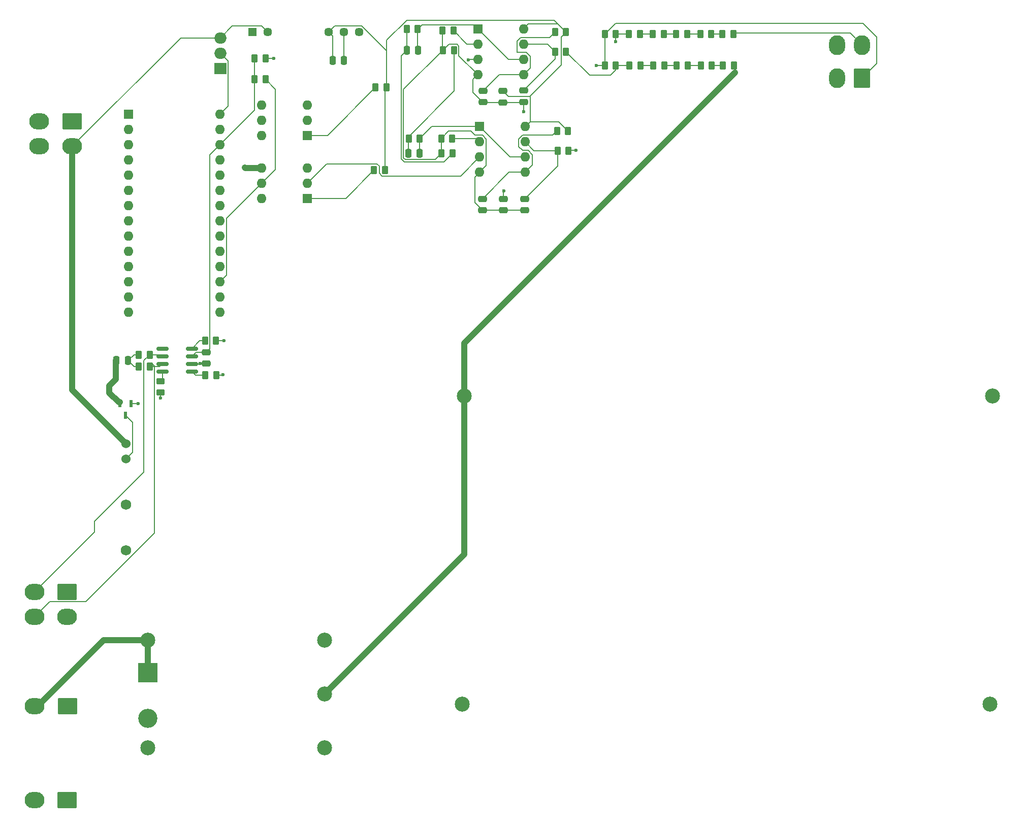
<source format=gbr>
%TF.GenerationSoftware,KiCad,Pcbnew,8.0.4*%
%TF.CreationDate,2025-05-16T23:00:12-07:00*%
%TF.ProjectId,pcc_v0.1,7063635f-7630-42e3-912e-6b696361645f,rev?*%
%TF.SameCoordinates,Original*%
%TF.FileFunction,Copper,L1,Top*%
%TF.FilePolarity,Positive*%
%FSLAX46Y46*%
G04 Gerber Fmt 4.6, Leading zero omitted, Abs format (unit mm)*
G04 Created by KiCad (PCBNEW 8.0.4) date 2025-05-16 23:00:12*
%MOMM*%
%LPD*%
G01*
G04 APERTURE LIST*
G04 Aperture macros list*
%AMRoundRect*
0 Rectangle with rounded corners*
0 $1 Rounding radius*
0 $2 $3 $4 $5 $6 $7 $8 $9 X,Y pos of 4 corners*
0 Add a 4 corners polygon primitive as box body*
4,1,4,$2,$3,$4,$5,$6,$7,$8,$9,$2,$3,0*
0 Add four circle primitives for the rounded corners*
1,1,$1+$1,$2,$3*
1,1,$1+$1,$4,$5*
1,1,$1+$1,$6,$7*
1,1,$1+$1,$8,$9*
0 Add four rect primitives between the rounded corners*
20,1,$1+$1,$2,$3,$4,$5,0*
20,1,$1+$1,$4,$5,$6,$7,0*
20,1,$1+$1,$6,$7,$8,$9,0*
20,1,$1+$1,$8,$9,$2,$3,0*%
G04 Aperture macros list end*
%TA.AperFunction,ComponentPad*%
%ADD10R,3.200000X3.200000*%
%TD*%
%TA.AperFunction,ComponentPad*%
%ADD11O,3.200000X3.200000*%
%TD*%
%TA.AperFunction,SMDPad,CuDef*%
%ADD12RoundRect,0.250000X-0.475000X0.250000X-0.475000X-0.250000X0.475000X-0.250000X0.475000X0.250000X0*%
%TD*%
%TA.AperFunction,SMDPad,CuDef*%
%ADD13RoundRect,0.250000X-0.262500X-0.450000X0.262500X-0.450000X0.262500X0.450000X-0.262500X0.450000X0*%
%TD*%
%TA.AperFunction,ComponentPad*%
%ADD14C,1.524000*%
%TD*%
%TA.AperFunction,ComponentPad*%
%ADD15C,1.727200*%
%TD*%
%TA.AperFunction,SMDPad,CuDef*%
%ADD16RoundRect,0.250000X0.262500X0.450000X-0.262500X0.450000X-0.262500X-0.450000X0.262500X-0.450000X0*%
%TD*%
%TA.AperFunction,ComponentPad*%
%ADD17C,2.500000*%
%TD*%
%TA.AperFunction,SMDPad,CuDef*%
%ADD18RoundRect,0.250000X-0.250000X-0.475000X0.250000X-0.475000X0.250000X0.475000X-0.250000X0.475000X0*%
%TD*%
%TA.AperFunction,SMDPad,CuDef*%
%ADD19R,0.558800X1.270000*%
%TD*%
%TA.AperFunction,ComponentPad*%
%ADD20RoundRect,0.250001X-1.399999X1.099999X-1.399999X-1.099999X1.399999X-1.099999X1.399999X1.099999X0*%
%TD*%
%TA.AperFunction,ComponentPad*%
%ADD21O,3.300000X2.700000*%
%TD*%
%TA.AperFunction,ComponentPad*%
%ADD22R,1.600000X1.600000*%
%TD*%
%TA.AperFunction,ComponentPad*%
%ADD23O,1.600000X1.600000*%
%TD*%
%TA.AperFunction,ComponentPad*%
%ADD24RoundRect,0.250001X1.099999X1.399999X-1.099999X1.399999X-1.099999X-1.399999X1.099999X-1.399999X0*%
%TD*%
%TA.AperFunction,ComponentPad*%
%ADD25O,2.700000X3.300000*%
%TD*%
%TA.AperFunction,SMDPad,CuDef*%
%ADD26RoundRect,0.150000X0.825000X0.150000X-0.825000X0.150000X-0.825000X-0.150000X0.825000X-0.150000X0*%
%TD*%
%TA.AperFunction,ComponentPad*%
%ADD27R,1.450000X1.450000*%
%TD*%
%TA.AperFunction,ComponentPad*%
%ADD28C,1.450000*%
%TD*%
%TA.AperFunction,SMDPad,CuDef*%
%ADD29RoundRect,0.250000X0.250000X0.475000X-0.250000X0.475000X-0.250000X-0.475000X0.250000X-0.475000X0*%
%TD*%
%TA.AperFunction,SMDPad,CuDef*%
%ADD30RoundRect,0.250000X-0.450000X0.262500X-0.450000X-0.262500X0.450000X-0.262500X0.450000X0.262500X0*%
%TD*%
%TA.AperFunction,ComponentPad*%
%ADD31R,2.000000X1.905000*%
%TD*%
%TA.AperFunction,ComponentPad*%
%ADD32O,2.000000X1.905000*%
%TD*%
%TA.AperFunction,ViaPad*%
%ADD33C,0.600000*%
%TD*%
%TA.AperFunction,Conductor*%
%ADD34C,1.000000*%
%TD*%
%TA.AperFunction,Conductor*%
%ADD35C,0.200000*%
%TD*%
G04 APERTURE END LIST*
D10*
%TO.P,D1,1,K*%
%TO.N,Shutdown_in*%
X77400000Y-131200000D03*
D11*
%TO.P,D1,2,A*%
%TO.N,GLV-*%
X77400000Y-138820000D03*
%TD*%
D12*
%TO.P,C6,1*%
%TO.N,Net-(U4-RC)*%
X133230000Y-52210000D03*
%TO.P,C6,2*%
%TO.N,GNDS*%
X133230000Y-54110000D03*
%TD*%
D13*
%TO.P,R19,1*%
%TO.N,Net-(U4-COMPIN)*%
X145730000Y-44160000D03*
%TO.P,R19,2*%
%TO.N,Net-(R19-Pad2)*%
X147555000Y-44160000D03*
%TD*%
D14*
%TO.P,K3,1,1*%
%TO.N,+12V*%
X73800253Y-93010253D03*
%TO.P,K3,2,2*%
%TO.N,Net-(U5-S)*%
X73800253Y-95550253D03*
D15*
%TO.P,K3,3,3*%
%TO.N,IR+_GND*%
X73800253Y-103170253D03*
%TO.P,K3,4,4*%
%TO.N,GLV-*%
X73800253Y-110790253D03*
%TD*%
D16*
%TO.P,R21,1*%
%TO.N,TS-*%
X175012753Y-24750253D03*
%TO.P,R21,2*%
%TO.N,Net-(R21-Pad2)*%
X173187753Y-24750253D03*
%TD*%
%TO.P,R4,1*%
%TO.N,Net-(R25-Pad2)*%
X159512753Y-30000253D03*
%TO.P,R4,2*%
%TO.N,Net-(R4-Pad2)*%
X157687753Y-30000253D03*
%TD*%
D13*
%TO.P,R33,1*%
%TO.N,Net-(C12-Pad1)*%
X75900253Y-78190253D03*
%TO.P,R33,2*%
%TO.N,CANL*%
X77725253Y-78190253D03*
%TD*%
D17*
%TO.P,R28,1*%
%TO.N,TS-*%
X129800000Y-136500000D03*
%TO.P,R28,2*%
%TO.N,Net-(R28-Pad2)*%
X217800000Y-136500000D03*
%TD*%
D18*
%TO.P,C5,1*%
%TO.N,Net-(C5-Pad1)*%
X120850000Y-44650000D03*
%TO.P,C5,2*%
%TO.N,Net-(U4-IOUT)*%
X122750000Y-44650000D03*
%TD*%
D16*
%TO.P,R30,1*%
%TO.N,CANRX*%
X88800253Y-75890253D03*
%TO.P,R30,2*%
%TO.N,Net-(U8-R)*%
X86975253Y-75890253D03*
%TD*%
%TO.P,R16,1*%
%TO.N,Net-(C5-Pad1)*%
X128462500Y-27400000D03*
%TO.P,R16,2*%
%TO.N,GNDS*%
X126637500Y-27400000D03*
%TD*%
%TO.P,R12,1*%
%TO.N,Freq_Accumulator*%
X97025253Y-28750253D03*
%TO.P,R12,2*%
%TO.N,+3.3V*%
X95200253Y-28750253D03*
%TD*%
D12*
%TO.P,C1,1*%
%TO.N,Net-(U1-COMPIN)*%
X140050000Y-34150000D03*
%TO.P,C1,2*%
%TO.N,GNDS*%
X140050000Y-36050000D03*
%TD*%
%TO.P,C10,1*%
%TO.N,+3.3V*%
X87200253Y-77790253D03*
%TO.P,C10,2*%
%TO.N,GLV-*%
X87200253Y-79690253D03*
%TD*%
D16*
%TO.P,R5,1*%
%TO.N,Net-(R24-Pad2)*%
X159425253Y-24750253D03*
%TO.P,R5,2*%
%TO.N,Net-(R19-Pad2)*%
X157600253Y-24750253D03*
%TD*%
%TO.P,R2,1*%
%TO.N,Net-(R1-Pad2)*%
X171425253Y-30000253D03*
%TO.P,R2,2*%
%TO.N,Net-(R2-Pad2)*%
X169600253Y-30000253D03*
%TD*%
D18*
%TO.P,C4,1*%
%TO.N,Net-(C4-Pad1)*%
X120580000Y-27410000D03*
%TO.P,C4,2*%
%TO.N,Net-(U1-IOUT)*%
X122480000Y-27410000D03*
%TD*%
D19*
%TO.P,U5,1,G*%
%TO.N,IR+*%
X74600253Y-86350253D03*
%TO.P,U5,2,D*%
%TO.N,GLV-*%
X72770255Y-86350253D03*
%TO.P,U5,3,S*%
%TO.N,Net-(U5-S)*%
X73685254Y-88280653D03*
%TD*%
D20*
%TO.P,J7,1,Pin_1*%
%TO.N,GLV-*%
X64000000Y-117750000D03*
D21*
%TO.P,J7,2,Pin_2*%
%TO.N,unconnected-(J7-Pin_2-Pad2)*%
X64000000Y-121950000D03*
%TO.P,J7,3,Pin_3*%
%TO.N,CANL*%
X58500000Y-117750000D03*
%TO.P,J7,4,Pin_4*%
%TO.N,CANH*%
X58500000Y-121950000D03*
%TD*%
D22*
%TO.P,J4,1,Pin_1*%
%TO.N,GLV-*%
X74175000Y-38125000D03*
D23*
%TO.P,J4,2,Pin_2*%
%TO.N,CANRX*%
X74175000Y-40665000D03*
%TO.P,J4,3,Pin_3*%
%TO.N,CANTX*%
X74175000Y-43205000D03*
%TO.P,J4,4,Pin_4*%
%TO.N,unconnected-(J4-Pin_4-Pad4)*%
X74175000Y-45745000D03*
%TO.P,J4,5,Pin_5*%
%TO.N,unconnected-(J4-Pin_5-Pad5)*%
X74175000Y-48285000D03*
%TO.P,J4,6,Pin_6*%
%TO.N,unconnected-(J4-Pin_6-Pad6)*%
X74175000Y-50825000D03*
%TO.P,J4,7,Pin_7*%
%TO.N,unconnected-(J4-Pin_7-Pad7)*%
X74175000Y-53365000D03*
%TO.P,J4,8,Pin_8*%
%TO.N,unconnected-(J4-Pin_8-Pad8)*%
X74175000Y-55905000D03*
%TO.P,J4,9,Pin_9*%
%TO.N,unconnected-(J4-Pin_9-Pad9)*%
X74175000Y-58445000D03*
%TO.P,J4,10,Pin_10*%
%TO.N,unconnected-(J4-Pin_10-Pad10)*%
X74175000Y-60985000D03*
%TO.P,J4,11,Pin_11*%
%TO.N,unconnected-(J4-Pin_11-Pad11)*%
X74175000Y-63525000D03*
%TO.P,J4,12,Pin_12*%
%TO.N,unconnected-(J4-Pin_12-Pad12)*%
X74175000Y-66065000D03*
%TO.P,J4,13,Pin_13*%
%TO.N,IR+*%
X74175000Y-68605000D03*
%TO.P,J4,14,Pin_14*%
%TO.N,unconnected-(J4-Pin_14-Pad14)*%
X74175000Y-71145000D03*
%TO.P,J4,15,Pin_15*%
%TO.N,unconnected-(J4-Pin_15-Pad15)*%
X89415000Y-71145000D03*
%TO.P,J4,16,Pin_16*%
%TO.N,Freq_Accumulator*%
X89415000Y-68605000D03*
%TO.P,J4,17,Pin_17*%
%TO.N,Freq_TS*%
X89415000Y-66065000D03*
%TO.P,J4,18,Pin_18*%
%TO.N,unconnected-(J4-Pin_18-Pad18)*%
X89415000Y-63525000D03*
%TO.P,J4,19,Pin_19*%
%TO.N,unconnected-(J4-Pin_19-Pad19)*%
X89415000Y-60985000D03*
%TO.P,J4,20,Pin_20*%
%TO.N,unconnected-(J4-Pin_20-Pad20)*%
X89415000Y-58445000D03*
%TO.P,J4,21,Pin_21*%
%TO.N,unconnected-(J4-Pin_21-Pad21)*%
X89415000Y-55905000D03*
%TO.P,J4,22,Pin_22*%
%TO.N,unconnected-(J4-Pin_22-Pad22)*%
X89415000Y-53365000D03*
%TO.P,J4,23,Pin_23*%
%TO.N,unconnected-(J4-Pin_23-Pad23)*%
X89415000Y-50825000D03*
%TO.P,J4,24,Pin_24*%
%TO.N,unconnected-(J4-Pin_24-Pad24)*%
X89415000Y-48285000D03*
%TO.P,J4,25,Pin_25*%
%TO.N,unconnected-(J4-Pin_25-Pad25)*%
X89415000Y-45745000D03*
%TO.P,J4,26,Pin_26*%
%TO.N,+3.3V*%
X89415000Y-43205000D03*
%TO.P,J4,27,Pin_27*%
%TO.N,GLV-*%
X89415000Y-40665000D03*
%TO.P,J4,28,Pin_28*%
%TO.N,+5V*%
X89415000Y-38125000D03*
%TD*%
D16*
%TO.P,R18,1*%
%TO.N,+12P*%
X147462500Y-40900000D03*
%TO.P,R18,2*%
%TO.N,Net-(U4-RC)*%
X145637500Y-40900000D03*
%TD*%
%TO.P,R1,1*%
%TO.N,Vin_Accu*%
X175100253Y-30000253D03*
%TO.P,R1,2*%
%TO.N,Net-(R1-Pad2)*%
X173275253Y-30000253D03*
%TD*%
D20*
%TO.P,J8,1,Pin_1*%
%TO.N,GLV-*%
X64040000Y-136800000D03*
D21*
%TO.P,J8,2,Pin_2*%
%TO.N,Shutdown_in*%
X58540000Y-136800000D03*
%TD*%
D24*
%TO.P,J6,1,Pin_1*%
%TO.N,GNDS*%
X196500000Y-32050000D03*
D25*
%TO.P,J6,2,Pin_2*%
%TO.N,B+_in*%
X192300000Y-32050000D03*
%TO.P,J6,3,Pin_3*%
%TO.N,TS-*%
X196500000Y-26550000D03*
%TO.P,J6,4,Pin_4*%
%TO.N,TS+*%
X192300000Y-26550000D03*
%TD*%
D13*
%TO.P,R31,1*%
%TO.N,Net-(U8-D)*%
X86987753Y-81590253D03*
%TO.P,R31,2*%
%TO.N,CANTX*%
X88812753Y-81590253D03*
%TD*%
D26*
%TO.P,U8,1,D*%
%TO.N,Net-(U8-D)*%
X84800253Y-81000253D03*
%TO.P,U8,2,GND*%
%TO.N,GLV-*%
X84800253Y-79730253D03*
%TO.P,U8,3,VCC*%
%TO.N,+3.3V*%
X84800253Y-78460253D03*
%TO.P,U8,4,R*%
%TO.N,Net-(U8-R)*%
X84800253Y-77190253D03*
%TO.P,U8,5,Vref*%
%TO.N,unconnected-(U8-Vref-Pad5)*%
X79850253Y-77190253D03*
%TO.P,U8,6,CANL*%
%TO.N,CANL*%
X79850253Y-78460253D03*
%TO.P,U8,7,CANH*%
%TO.N,CANH*%
X79850253Y-79730253D03*
%TO.P,U8,8,Rs*%
%TO.N,Net-(U8-Rs)*%
X79850253Y-81000253D03*
%TD*%
D16*
%TO.P,R26,1*%
%TO.N,+12P*%
X117212500Y-33650000D03*
%TO.P,R26,2*%
%TO.N,Net-(R26-Pad2)*%
X115387500Y-33650000D03*
%TD*%
D27*
%TO.P,U6,1,-Vin*%
%TO.N,GLV-*%
X94850000Y-24400000D03*
D28*
%TO.P,U6,2,+Vin*%
%TO.N,+12V*%
X97390000Y-24400000D03*
%TO.P,U6,6,+Vout*%
%TO.N,+12P*%
X107550000Y-24400000D03*
%TO.P,U6,7,-Vout*%
%TO.N,GNDS*%
X110090000Y-24400000D03*
%TO.P,U6,8,NC*%
%TO.N,unconnected-(U6-NC-Pad8)*%
X112630000Y-24400000D03*
%TD*%
D13*
%TO.P,R7,1*%
%TO.N,Net-(U1-COMPIN)*%
X145317500Y-27660000D03*
%TO.P,R7,2*%
%TO.N,Net-(R4-Pad2)*%
X147142500Y-27660000D03*
%TD*%
D16*
%TO.P,R25,1*%
%TO.N,Net-(R25-Pad1)*%
X163512753Y-30000253D03*
%TO.P,R25,2*%
%TO.N,Net-(R25-Pad2)*%
X161687753Y-30000253D03*
%TD*%
%TO.P,R3,1*%
%TO.N,Net-(R2-Pad2)*%
X167425253Y-30000253D03*
%TO.P,R3,2*%
%TO.N,Net-(R25-Pad1)*%
X165600253Y-30000253D03*
%TD*%
D20*
%TO.P,J3,1,Pin_1*%
%TO.N,IR+_GND*%
X64000000Y-152500000D03*
D21*
%TO.P,J3,2,Pin_2*%
%TO.N,Shutdown_in*%
X58500000Y-152500000D03*
%TD*%
D12*
%TO.P,C3,1*%
%TO.N,Net-(U1-RC)*%
X133300000Y-34200000D03*
%TO.P,C3,2*%
%TO.N,GNDS*%
X133300000Y-36100000D03*
%TD*%
D20*
%TO.P,J2,1,Pin_1*%
%TO.N,GLV-*%
X64840000Y-39250000D03*
D21*
%TO.P,J2,2,Pin_2*%
%TO.N,+12V*%
X64840000Y-43450000D03*
%TO.P,J2,3,Pin_3*%
%TO.N,Shutdown_in*%
X59340000Y-39250000D03*
%TO.P,J2,4,Pin_4*%
%TO.N,unconnected-(J2-Pin_4-Pad4)*%
X59340000Y-43450000D03*
%TD*%
D16*
%TO.P,R23,1*%
%TO.N,Net-(R22-Pad2)*%
X167337753Y-24750253D03*
%TO.P,R23,2*%
%TO.N,Net-(R23-Pad2)*%
X165512753Y-24750253D03*
%TD*%
D29*
%TO.P,C9,1*%
%TO.N,GNDS*%
X110130000Y-29110000D03*
%TO.P,C9,2*%
%TO.N,+12P*%
X108230000Y-29110000D03*
%TD*%
D12*
%TO.P,C8,1*%
%TO.N,Net-(U4-COMPIN)*%
X140250253Y-52200253D03*
%TO.P,C8,2*%
%TO.N,GNDS*%
X140250253Y-54100253D03*
%TD*%
%TO.P,C7,1*%
%TO.N,+12P*%
X136730000Y-52210000D03*
%TO.P,C7,2*%
%TO.N,GNDS*%
X136730000Y-54110000D03*
%TD*%
D29*
%TO.P,C12,1*%
%TO.N,Net-(C12-Pad1)*%
X74100253Y-79190253D03*
%TO.P,C12,2*%
%TO.N,GLV-*%
X72200253Y-79190253D03*
%TD*%
D17*
%TO.P,R29,1*%
%TO.N,Net-(R28-Pad2)*%
X218200000Y-85100000D03*
%TO.P,R29,2*%
%TO.N,Vin_Accu*%
X130200000Y-85100000D03*
%TD*%
D22*
%TO.P,U2,1*%
%TO.N,Net-(R26-Pad2)*%
X104020253Y-41630253D03*
D23*
%TO.P,U2,2*%
%TO.N,Net-(U1-FOUT)*%
X104020253Y-39090253D03*
%TO.P,U2,3,NC*%
%TO.N,unconnected-(U2-NC-Pad3)*%
X104020253Y-36550253D03*
%TO.P,U2,4*%
%TO.N,GLV-*%
X96400253Y-36550253D03*
%TO.P,U2,5*%
%TO.N,Freq_Accumulator*%
X96400253Y-39090253D03*
%TO.P,U2,6*%
%TO.N,unconnected-(U2-Pad6)*%
X96400253Y-41630253D03*
%TD*%
D13*
%TO.P,R8,1*%
%TO.N,Net-(C4-Pad1)*%
X120567500Y-23910000D03*
%TO.P,R8,2*%
%TO.N,Net-(U1-IOUT)*%
X122392500Y-23910000D03*
%TD*%
D16*
%TO.P,R13,1*%
%TO.N,Freq_TS*%
X97025253Y-32250253D03*
%TO.P,R13,2*%
%TO.N,+3.3V*%
X95200253Y-32250253D03*
%TD*%
D22*
%TO.P,U1,1,IOUT*%
%TO.N,Net-(U1-IOUT)*%
X132430000Y-23860000D03*
D23*
%TO.P,U1,2,IREF*%
%TO.N,Net-(U1-IREF)*%
X132430000Y-26400000D03*
%TO.P,U1,3,FOUT*%
%TO.N,Net-(U1-FOUT)*%
X132430000Y-28940000D03*
%TO.P,U1,4,GND*%
%TO.N,GNDS*%
X132430000Y-31480000D03*
%TO.P,U1,5,RC*%
%TO.N,Net-(U1-RC)*%
X140050000Y-31480000D03*
%TO.P,U1,6,THRESH*%
%TO.N,Net-(U1-IOUT)*%
X140050000Y-28940000D03*
%TO.P,U1,7,COMPIN*%
%TO.N,Net-(U1-COMPIN)*%
X140050000Y-26400000D03*
%TO.P,U1,8,VS*%
%TO.N,+12P*%
X140050000Y-23860000D03*
%TD*%
D30*
%TO.P,R32,1*%
%TO.N,Net-(U8-Rs)*%
X79550253Y-82660253D03*
%TO.P,R32,2*%
%TO.N,GLV-*%
X79550253Y-84485253D03*
%TD*%
D16*
%TO.P,R24,1*%
%TO.N,Net-(R23-Pad2)*%
X163425253Y-24750253D03*
%TO.P,R24,2*%
%TO.N,Net-(R24-Pad2)*%
X161600253Y-24750253D03*
%TD*%
%TO.P,R14,1*%
%TO.N,+12P*%
X116962500Y-47400000D03*
%TO.P,R14,2*%
%TO.N,Net-(R14-Pad2)*%
X115137500Y-47400000D03*
%TD*%
D22*
%TO.P,U3,1*%
%TO.N,Net-(R14-Pad2)*%
X104020253Y-52130253D03*
D23*
%TO.P,U3,2*%
%TO.N,Net-(U4-FOUT)*%
X104020253Y-49590253D03*
%TO.P,U3,3,NC*%
%TO.N,unconnected-(U3-NC-Pad3)*%
X104020253Y-47050253D03*
%TO.P,U3,4*%
%TO.N,GLV-*%
X96400253Y-47050253D03*
%TO.P,U3,5*%
%TO.N,Freq_TS*%
X96400253Y-49590253D03*
%TO.P,U3,6*%
%TO.N,unconnected-(U3-Pad6)*%
X96400253Y-52130253D03*
%TD*%
D13*
%TO.P,R11,1*%
%TO.N,GNDS*%
X126567500Y-24160000D03*
%TO.P,R11,2*%
%TO.N,Net-(U1-IREF)*%
X128392500Y-24160000D03*
%TD*%
D22*
%TO.P,U4,1,IOUT*%
%TO.N,Net-(U4-IOUT)*%
X132730000Y-40160000D03*
D23*
%TO.P,U4,2,IREF*%
%TO.N,Net-(U4-IREF)*%
X132730000Y-42700000D03*
%TO.P,U4,3,FOUT*%
%TO.N,Net-(U4-FOUT)*%
X132730000Y-45240000D03*
%TO.P,U4,4,GND*%
%TO.N,GNDS*%
X132730000Y-47780000D03*
%TO.P,U4,5,RC*%
%TO.N,Net-(U4-RC)*%
X140350000Y-47780000D03*
%TO.P,U4,6,THRESH*%
%TO.N,Net-(U4-IOUT)*%
X140350000Y-45240000D03*
%TO.P,U4,7,COMPIN*%
%TO.N,Net-(U4-COMPIN)*%
X140350000Y-42700000D03*
%TO.P,U4,8,VS*%
%TO.N,+12P*%
X140350000Y-40160000D03*
%TD*%
D12*
%TO.P,C2,1*%
%TO.N,+12P*%
X136620000Y-34240000D03*
%TO.P,C2,2*%
%TO.N,GNDS*%
X136620000Y-36140000D03*
%TD*%
D16*
%TO.P,R10,1*%
%TO.N,Net-(C4-Pad1)*%
X128200000Y-44650000D03*
%TO.P,R10,2*%
%TO.N,GNDS*%
X126375000Y-44650000D03*
%TD*%
D13*
%TO.P,R17,1*%
%TO.N,Net-(C5-Pad1)*%
X120905000Y-42160000D03*
%TO.P,R17,2*%
%TO.N,Net-(U4-IOUT)*%
X122730000Y-42160000D03*
%TD*%
D17*
%TO.P,K4,11*%
%TO.N,Vin_Accu*%
X106900000Y-134800000D03*
%TO.P,K4,12*%
%TO.N,TS+*%
X106900000Y-125800000D03*
%TO.P,K4,14*%
%TO.N,B+_in*%
X106900000Y-143800000D03*
%TO.P,K4,A1*%
%TO.N,Shutdown_in*%
X77400000Y-125800000D03*
%TO.P,K4,A2*%
%TO.N,GLV-*%
X77400000Y-143800000D03*
%TD*%
D16*
%TO.P,R20,1*%
%TO.N,Net-(R19-Pad2)*%
X155425253Y-24750253D03*
%TO.P,R20,2*%
%TO.N,GNDS*%
X153600253Y-24750253D03*
%TD*%
%TO.P,R6,1*%
%TO.N,Net-(R4-Pad2)*%
X155425253Y-30000253D03*
%TO.P,R6,2*%
%TO.N,GNDS*%
X153600253Y-30000253D03*
%TD*%
D31*
%TO.P,U9,1,GND*%
%TO.N,GLV-*%
X89530000Y-30440000D03*
D32*
%TO.P,U9,2,VO*%
%TO.N,+5V*%
X89530000Y-27900000D03*
%TO.P,U9,3,VI*%
%TO.N,+12V*%
X89530000Y-25360000D03*
%TD*%
D13*
%TO.P,R15,1*%
%TO.N,GNDS*%
X126317500Y-42160000D03*
%TO.P,R15,2*%
%TO.N,Net-(U4-IREF)*%
X128142500Y-42160000D03*
%TD*%
D16*
%TO.P,R22,1*%
%TO.N,Net-(R21-Pad2)*%
X171337753Y-24750253D03*
%TO.P,R22,2*%
%TO.N,Net-(R22-Pad2)*%
X169512753Y-24750253D03*
%TD*%
%TO.P,R9,1*%
%TO.N,+12P*%
X147125000Y-24400000D03*
%TO.P,R9,2*%
%TO.N,Net-(U1-RC)*%
X145300000Y-24400000D03*
%TD*%
%TO.P,R27,1*%
%TO.N,CANH*%
X77725253Y-80190253D03*
%TO.P,R27,2*%
%TO.N,Net-(C12-Pad1)*%
X75900253Y-80190253D03*
%TD*%
D33*
%TO.N,+12P*%
X136750253Y-50900253D03*
%TO.N,GLV-*%
X93600000Y-47000000D03*
X86150253Y-79700253D03*
X71000000Y-83600000D03*
X79550253Y-85400253D03*
%TO.N,Net-(R19-Pad2)*%
X155400253Y-25950253D03*
X148800253Y-44150253D03*
%TO.N,Freq_Accumulator*%
X98400253Y-28750253D03*
%TO.N,Net-(U1-FOUT)*%
X130874265Y-29075735D03*
%TO.N,CANRX*%
X90150253Y-75900253D03*
%TO.N,CANTX*%
X89950253Y-81500253D03*
%TO.N,IR+*%
X75800253Y-86350253D03*
%TO.N,GNDS*%
X140050000Y-37650000D03*
X152200253Y-29950253D03*
%TD*%
D34*
%TO.N,Shutdown_in*%
X77400000Y-131200000D02*
X77400000Y-125800000D01*
D35*
%TO.N,Net-(U1-COMPIN)*%
X145317500Y-28882500D02*
X145317500Y-27660000D01*
X140050000Y-34150000D02*
X145317500Y-28882500D01*
X144057500Y-26400000D02*
X145317500Y-27660000D01*
X140050000Y-26400000D02*
X144057500Y-26400000D01*
%TO.N,+12P*%
X141050000Y-35150000D02*
X146330000Y-29870000D01*
X146330000Y-29870000D02*
X146330000Y-25195000D01*
X136730000Y-50920506D02*
X136750253Y-50900253D01*
X108230000Y-25080000D02*
X107550000Y-24400000D01*
X137530000Y-35150000D02*
X136620000Y-34240000D01*
X145125000Y-22400000D02*
X147125000Y-24400000D01*
X145922501Y-39360001D02*
X147462500Y-40900000D01*
X141149999Y-39360001D02*
X145922501Y-39360001D01*
X117212500Y-25767756D02*
X120580256Y-22400000D01*
X140050000Y-23860000D02*
X140849999Y-23060001D01*
X117212500Y-33650000D02*
X117212500Y-25767756D01*
X107550000Y-24400000D02*
X108575000Y-23375000D01*
X140840000Y-40650000D02*
X140350000Y-40160000D01*
X140590000Y-24400000D02*
X140050000Y-23860000D01*
X140849999Y-23060001D02*
X145785001Y-23060001D01*
X108575000Y-23375000D02*
X113054569Y-23375000D01*
X116962500Y-47400000D02*
X116962500Y-33900000D01*
X117212500Y-27532931D02*
X117212500Y-33650000D01*
X141149999Y-39360001D02*
X141149999Y-35249999D01*
X113054569Y-23375000D02*
X117212500Y-27532931D01*
X146330000Y-25195000D02*
X147125000Y-24400000D01*
X108230000Y-29110000D02*
X108230000Y-25080000D01*
X145785001Y-23060001D02*
X147125000Y-24400000D01*
X141149999Y-35249999D02*
X141050000Y-35150000D01*
X136730000Y-52210000D02*
X136730000Y-50920506D01*
X141050000Y-35150000D02*
X137530000Y-35150000D01*
X116962500Y-33900000D02*
X117212500Y-33650000D01*
X120580256Y-22400000D02*
X145125000Y-22400000D01*
X140350000Y-40160000D02*
X141149999Y-39360001D01*
%TO.N,Net-(U1-IOUT)*%
X123142500Y-23160000D02*
X122392500Y-23910000D01*
X132430000Y-23860000D02*
X131730000Y-23160000D01*
X122392500Y-27322500D02*
X122480000Y-27410000D01*
X131730000Y-23160000D02*
X123142500Y-23160000D01*
X140050000Y-28940000D02*
X137510000Y-28940000D01*
X122392500Y-23910000D02*
X122392500Y-27322500D01*
X137510000Y-28940000D02*
X132430000Y-23860000D01*
%TO.N,Net-(C4-Pad1)*%
X120159314Y-46075000D02*
X119650000Y-45565686D01*
X120567500Y-23910000D02*
X120567500Y-27397500D01*
X126775000Y-46075000D02*
X120159314Y-46075000D01*
X119650000Y-28340000D02*
X120580000Y-27410000D01*
X119650000Y-45565686D02*
X119650000Y-28340000D01*
X120567500Y-27397500D02*
X120580000Y-27410000D01*
X128200000Y-44650000D02*
X126775000Y-46075000D01*
%TO.N,Net-(C5-Pad1)*%
X120905000Y-41795000D02*
X128462500Y-34237500D01*
X128462500Y-34237500D02*
X128462500Y-27400000D01*
X120850000Y-42215000D02*
X120905000Y-42160000D01*
X120850000Y-44650000D02*
X120850000Y-42215000D01*
X120905000Y-42160000D02*
X120905000Y-41795000D01*
%TO.N,Net-(U4-IOUT)*%
X122750000Y-44650000D02*
X122750000Y-42180000D01*
X124730000Y-40160000D02*
X132730000Y-40160000D01*
X122750000Y-42180000D02*
X122730000Y-42160000D01*
X140350000Y-45240000D02*
X137810000Y-45240000D01*
X137810000Y-45240000D02*
X132730000Y-40160000D01*
X122730000Y-42160000D02*
X124730000Y-40160000D01*
%TO.N,Net-(U4-COMPIN)*%
X145730000Y-44160000D02*
X141810000Y-44160000D01*
X140250253Y-52200253D02*
X145730000Y-46720506D01*
X145730000Y-46720506D02*
X145730000Y-44160000D01*
X141810000Y-44160000D02*
X140350000Y-42700000D01*
D34*
%TO.N,GLV-*%
X71000000Y-84579998D02*
X72565655Y-86145653D01*
X93650253Y-47050253D02*
X93600000Y-47000000D01*
D35*
X86120253Y-79730253D02*
X86150253Y-79700253D01*
D34*
X72100253Y-82299747D02*
X72100253Y-79190253D01*
D35*
X84800253Y-79730253D02*
X86120253Y-79730253D01*
X79550253Y-84485253D02*
X79550253Y-85400253D01*
D34*
X71000000Y-83600000D02*
X71000000Y-84579998D01*
D35*
X87200253Y-79690253D02*
X86160253Y-79690253D01*
D34*
X71000000Y-83400000D02*
X72100253Y-82299747D01*
X71000000Y-83600000D02*
X71000000Y-83400000D01*
D35*
X86160253Y-79690253D02*
X86150253Y-79700253D01*
D34*
X72565655Y-86145653D02*
X72770255Y-86145653D01*
X96400253Y-47050253D02*
X93650253Y-47050253D01*
D35*
%TO.N,CANL*%
X68500000Y-106000000D02*
X76712753Y-97787247D01*
X79580253Y-78190253D02*
X79850253Y-78460253D01*
X76712753Y-79202753D02*
X77725253Y-78190253D01*
X58500000Y-117750000D02*
X68500000Y-107750000D01*
X68500000Y-107750000D02*
X68500000Y-106000000D01*
X77725253Y-78190253D02*
X79580253Y-78190253D01*
X76712753Y-97787247D02*
X76712753Y-79202753D01*
%TO.N,CANH*%
X79390253Y-80190253D02*
X79850253Y-79730253D01*
X78550253Y-80095253D02*
X78185253Y-79730253D01*
X77725253Y-80190253D02*
X79390253Y-80190253D01*
X78550253Y-107949747D02*
X78550253Y-80095253D01*
X67100000Y-119400000D02*
X78550253Y-107949747D01*
X78185253Y-79730253D02*
X77725253Y-80190253D01*
X58500000Y-121950000D02*
X61050000Y-119400000D01*
X61050000Y-119400000D02*
X67100000Y-119400000D01*
%TO.N,+12V*%
X91515000Y-23375000D02*
X89530000Y-25360000D01*
X82930000Y-25360000D02*
X89530000Y-25360000D01*
X97390000Y-24400000D02*
X96365000Y-23375000D01*
D34*
X73800253Y-93010253D02*
X64840000Y-84050000D01*
D35*
X96365000Y-23375000D02*
X91515000Y-23375000D01*
D34*
X64840000Y-84050000D02*
X64840000Y-43450000D01*
D35*
X64840000Y-43450000D02*
X82930000Y-25360000D01*
%TO.N,Net-(R1-Pad2)*%
X171425253Y-30000253D02*
X173275253Y-30000253D01*
%TO.N,Net-(R2-Pad2)*%
X167425253Y-30000253D02*
X169600253Y-30000253D01*
%TO.N,Net-(R25-Pad1)*%
X163512753Y-30000253D02*
X165600253Y-30000253D01*
%TO.N,Net-(R4-Pad2)*%
X155425253Y-30700253D02*
X155425253Y-30000253D01*
X147142500Y-27660000D02*
X151082753Y-31600253D01*
X155425253Y-30000253D02*
X157687753Y-30000253D01*
X154525253Y-31600253D02*
X155425253Y-30700253D01*
X151082753Y-31600253D02*
X154525253Y-31600253D01*
%TO.N,Net-(R25-Pad2)*%
X159512753Y-30000253D02*
X161687753Y-30000253D01*
%TO.N,Net-(R24-Pad2)*%
X161600253Y-24750253D02*
X159425253Y-24750253D01*
%TO.N,Net-(R19-Pad2)*%
X155425253Y-25925253D02*
X155400253Y-25950253D01*
X148800253Y-44150253D02*
X147564747Y-44150253D01*
X157600253Y-24750253D02*
X155425253Y-24750253D01*
X147564747Y-44150253D02*
X147555000Y-44160000D01*
X155425253Y-24750253D02*
X155425253Y-25925253D01*
%TO.N,Net-(U1-IREF)*%
X130632500Y-26400000D02*
X128392500Y-24160000D01*
X132430000Y-26400000D02*
X130632500Y-26400000D01*
%TO.N,Freq_Accumulator*%
X97025253Y-28750253D02*
X98400253Y-28750253D01*
%TO.N,Freq_TS*%
X96400253Y-49590253D02*
X90515000Y-55475506D01*
X98700253Y-47290253D02*
X96400253Y-49590253D01*
X98700253Y-33925253D02*
X98700253Y-47290253D01*
X90515000Y-55475506D02*
X90515000Y-64965000D01*
X90515000Y-64965000D02*
X89415000Y-66065000D01*
X97025253Y-32250253D02*
X98700253Y-33925253D01*
%TO.N,Net-(R14-Pad2)*%
X104020253Y-52130253D02*
X110407247Y-52130253D01*
X110407247Y-52130253D02*
X115137500Y-47400000D01*
%TO.N,Net-(U4-IREF)*%
X128142500Y-42160000D02*
X132190000Y-42160000D01*
X132190000Y-42160000D02*
X132730000Y-42700000D01*
%TO.N,Net-(R21-Pad2)*%
X171337753Y-24750253D02*
X173187753Y-24750253D01*
%TO.N,Net-(R22-Pad2)*%
X169512753Y-24750253D02*
X167337753Y-24750253D01*
%TO.N,Net-(R23-Pad2)*%
X165512753Y-24750253D02*
X163425253Y-24750253D01*
%TO.N,Net-(R26-Pad2)*%
X107407247Y-41630253D02*
X115387500Y-33650000D01*
X104020253Y-41630253D02*
X107407247Y-41630253D01*
%TO.N,Net-(U1-FOUT)*%
X131010000Y-28940000D02*
X130874265Y-29075735D01*
X132430000Y-28940000D02*
X131010000Y-28940000D01*
%TO.N,Net-(U4-FOUT)*%
X107210506Y-46400000D02*
X115634744Y-46400000D01*
X116000253Y-46765509D02*
X116000253Y-47934997D01*
X129570000Y-48400000D02*
X132730000Y-45240000D01*
X116000253Y-47934997D02*
X116465256Y-48400000D01*
X104020253Y-49590253D02*
X107210506Y-46400000D01*
X116465256Y-48400000D02*
X129570000Y-48400000D01*
X115634744Y-46400000D02*
X116000253Y-46765509D01*
%TO.N,Net-(U1-RC)*%
X136020000Y-31480000D02*
X140050000Y-31480000D01*
X145300000Y-24400000D02*
X144400000Y-25300000D01*
X138950000Y-25944365D02*
X138950000Y-27800000D01*
X141150000Y-28484365D02*
X141150000Y-30380000D01*
X141150000Y-30380000D02*
X140050000Y-31480000D01*
X144400000Y-25300000D02*
X139594365Y-25300000D01*
X140465635Y-27800000D02*
X141150000Y-28484365D01*
X138950000Y-27800000D02*
X140465635Y-27800000D01*
X139594365Y-25300000D02*
X138950000Y-25944365D01*
X133300000Y-34200000D02*
X136020000Y-31480000D01*
X139870000Y-31660000D02*
X140050000Y-31480000D01*
%TO.N,Net-(U4-RC)*%
X133230000Y-52210000D02*
X137660000Y-47780000D01*
X139894365Y-41600000D02*
X139250000Y-42244365D01*
X141550000Y-44884365D02*
X141550000Y-46580000D01*
X145637500Y-40900000D02*
X144937500Y-41600000D01*
X139250000Y-43495635D02*
X139894365Y-44140000D01*
X144937500Y-41600000D02*
X139894365Y-41600000D01*
X140805635Y-44140000D02*
X141550000Y-44884365D01*
X139894365Y-44140000D02*
X140805635Y-44140000D01*
X139250000Y-42244365D02*
X139250000Y-43495635D01*
X137660000Y-47780000D02*
X140350000Y-47780000D01*
X141550000Y-46580000D02*
X140350000Y-47780000D01*
%TO.N,CANRX*%
X88800253Y-75890253D02*
X90140253Y-75890253D01*
X90140253Y-75890253D02*
X90150253Y-75900253D01*
%TO.N,CANTX*%
X88812753Y-81590253D02*
X89860253Y-81590253D01*
X89860253Y-81590253D02*
X89950253Y-81500253D01*
%TO.N,+5V*%
X89530000Y-27900000D02*
X90830000Y-29200000D01*
X90830000Y-29200000D02*
X90830000Y-36710000D01*
X90830000Y-36710000D02*
X89415000Y-38125000D01*
%TO.N,Net-(C12-Pad1)*%
X75100253Y-78190253D02*
X74100253Y-79190253D01*
X75900253Y-80190253D02*
X75100253Y-80190253D01*
X75100253Y-80190253D02*
X74100253Y-79190253D01*
X75900253Y-78190253D02*
X75100253Y-78190253D01*
%TO.N,IR+*%
X74600253Y-86350253D02*
X75800253Y-86350253D01*
%TO.N,+3.3V*%
X87787753Y-77202753D02*
X87787753Y-44832247D01*
X95200253Y-37419747D02*
X89415000Y-43205000D01*
X95200253Y-32250253D02*
X95200253Y-37419747D01*
X95200253Y-32250253D02*
X95200253Y-28750253D01*
X87200253Y-77790253D02*
X87787753Y-77202753D01*
X87200253Y-77790253D02*
X85470253Y-77790253D01*
X87787753Y-44832247D02*
X89415000Y-43205000D01*
X85470253Y-77790253D02*
X84800253Y-78460253D01*
%TO.N,Net-(U5-S)*%
X74862253Y-89457652D02*
X73685254Y-88280653D01*
X74862253Y-94488253D02*
X74862253Y-89457652D01*
X73800253Y-95550253D02*
X74862253Y-94488253D01*
D34*
%TO.N,Vin_Accu*%
X106900000Y-134800000D02*
X130200000Y-111500000D01*
X130200000Y-76269808D02*
X175287753Y-31182055D01*
X130200000Y-111500000D02*
X130200000Y-85100000D01*
X130200000Y-85100000D02*
X130200000Y-76269808D01*
%TO.N,Shutdown_in*%
X77400000Y-125800000D02*
X70058198Y-125800000D01*
X70058198Y-125800000D02*
X59058198Y-136800000D01*
X59058198Y-136800000D02*
X58540000Y-136800000D01*
D35*
%TO.N,TS-*%
X175012753Y-24750253D02*
X175213006Y-24550000D01*
X175213006Y-24550000D02*
X194500000Y-24550000D01*
X194500000Y-24550000D02*
X196500000Y-26550000D01*
%TO.N,Net-(U8-R)*%
X84800253Y-77190253D02*
X86100253Y-75890253D01*
X86100253Y-75890253D02*
X86975253Y-75890253D01*
%TO.N,Net-(U8-D)*%
X85390253Y-81590253D02*
X84800253Y-81000253D01*
X86987753Y-81590253D02*
X85390253Y-81590253D01*
%TO.N,Net-(U8-Rs)*%
X79850253Y-81000253D02*
X79850253Y-82360253D01*
X79850253Y-82360253D02*
X79550253Y-82660253D01*
%TO.N,GNDS*%
X131630001Y-34480001D02*
X133300000Y-36150000D01*
X153600253Y-30000253D02*
X153600253Y-24750253D01*
X126287500Y-44562500D02*
X126375000Y-44650000D01*
X153600253Y-30000253D02*
X152250253Y-30000253D01*
X133185635Y-41600000D02*
X133830000Y-42244365D01*
X132430000Y-31480000D02*
X131630001Y-32279999D01*
X132430000Y-31480000D02*
X129275000Y-28325000D01*
X126567500Y-27330000D02*
X126637500Y-27400000D01*
X136730000Y-54110000D02*
X140240506Y-54110000D01*
X110090000Y-29070000D02*
X110130000Y-29110000D01*
X126317500Y-42632500D02*
X126375000Y-42690000D01*
X152250253Y-30000253D02*
X152200253Y-29950253D01*
X126567500Y-24160000D02*
X126567500Y-27330000D01*
X155400253Y-22950253D02*
X196665076Y-22950253D01*
X136610000Y-36150000D02*
X136620000Y-36140000D01*
X126375000Y-42690000D02*
X126375000Y-44650000D01*
X125350000Y-45675000D02*
X126375000Y-44650000D01*
X126317500Y-42160000D02*
X126317500Y-42632500D01*
X110090000Y-24400000D02*
X110090000Y-29070000D01*
X126637500Y-27400000D02*
X120050000Y-33987500D01*
X131970000Y-41600000D02*
X133185635Y-41600000D01*
X126567500Y-27747500D02*
X126730000Y-27910000D01*
X127637500Y-26400000D02*
X126637500Y-27400000D01*
X120325000Y-45675000D02*
X125350000Y-45675000D01*
X127577500Y-40900000D02*
X131270000Y-40900000D01*
X196665076Y-22950253D02*
X198950000Y-25235177D01*
X198950000Y-29600000D02*
X196500000Y-32050000D01*
X133300000Y-36150000D02*
X136610000Y-36150000D01*
X132730000Y-47780000D02*
X131930001Y-48579999D01*
X153600253Y-24750253D02*
X155400253Y-22950253D01*
X140240506Y-54110000D02*
X140250253Y-54100253D01*
X133230000Y-54110000D02*
X136730000Y-54110000D01*
X129275000Y-28325000D02*
X129275000Y-26715256D01*
X133830000Y-46680000D02*
X132730000Y-47780000D01*
X120050000Y-33987500D02*
X120050000Y-45400000D01*
X126317500Y-42160000D02*
X127577500Y-40900000D01*
X140050000Y-36050000D02*
X140050000Y-37650000D01*
X136620000Y-36140000D02*
X139830000Y-36140000D01*
X139830000Y-36140000D02*
X139870000Y-36100000D01*
X131930001Y-52810001D02*
X133230000Y-54110000D01*
X131630001Y-32279999D02*
X131630001Y-34480001D01*
X120050000Y-45400000D02*
X120325000Y-45675000D01*
X133830000Y-42244365D02*
X133830000Y-46680000D01*
X131930001Y-48579999D02*
X131930001Y-52810001D01*
X129275000Y-26715256D02*
X128959744Y-26400000D01*
X128959744Y-26400000D02*
X127637500Y-26400000D01*
X131270000Y-40900000D02*
X131970000Y-41600000D01*
X198950000Y-25235177D02*
X198950000Y-29600000D01*
%TD*%
M02*

</source>
